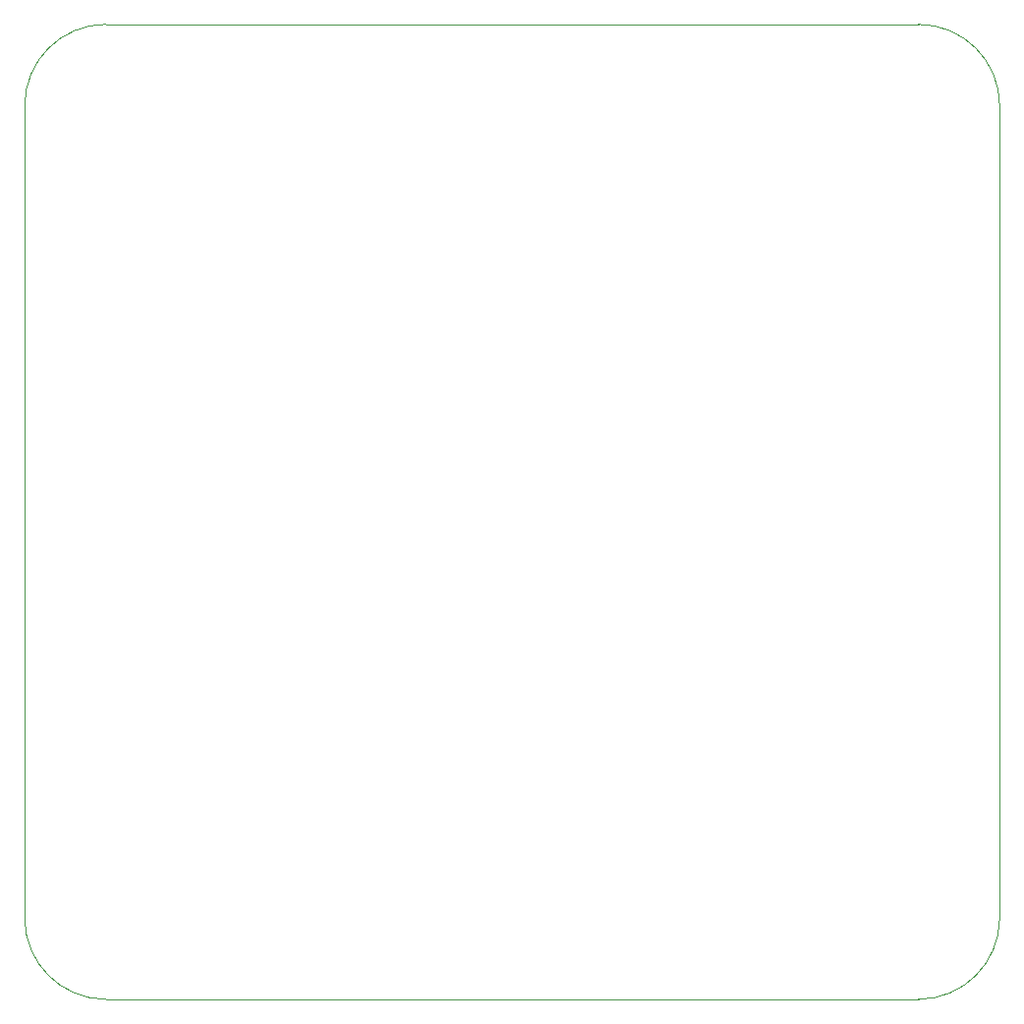
<source format=gbr>
%TF.GenerationSoftware,KiCad,Pcbnew,8.0.1*%
%TF.CreationDate,2024-07-22T16:36:45+02:00*%
%TF.ProjectId,Switch-_and_PowerDistribution-Board,53776974-6368-42d5-9f61-6e645f506f77,rev?*%
%TF.SameCoordinates,Original*%
%TF.FileFunction,Profile,NP*%
%FSLAX46Y46*%
G04 Gerber Fmt 4.6, Leading zero omitted, Abs format (unit mm)*
G04 Created by KiCad (PCBNEW 8.0.1) date 2024-07-22 16:36:45*
%MOMM*%
%LPD*%
G01*
G04 APERTURE LIST*
%TA.AperFunction,Profile*%
%ADD10C,0.050000*%
%TD*%
G04 APERTURE END LIST*
D10*
X137000000Y-130000000D02*
G75*
G02*
X130000000Y-137000000I-7000000J0D01*
G01*
X53000000Y-60000000D02*
X53000000Y-130000000D01*
X137000000Y-130000000D02*
X137000000Y-60000000D01*
X60000000Y-137000000D02*
X130000000Y-137000000D01*
X130000000Y-53000000D02*
X60000000Y-53000000D01*
X130000000Y-53000000D02*
G75*
G02*
X137000000Y-60000000I0J-7000000D01*
G01*
X60000000Y-137000000D02*
G75*
G02*
X53000000Y-130000000I0J7000000D01*
G01*
X53000000Y-60000000D02*
G75*
G02*
X60000000Y-53000000I7000000J0D01*
G01*
M02*

</source>
